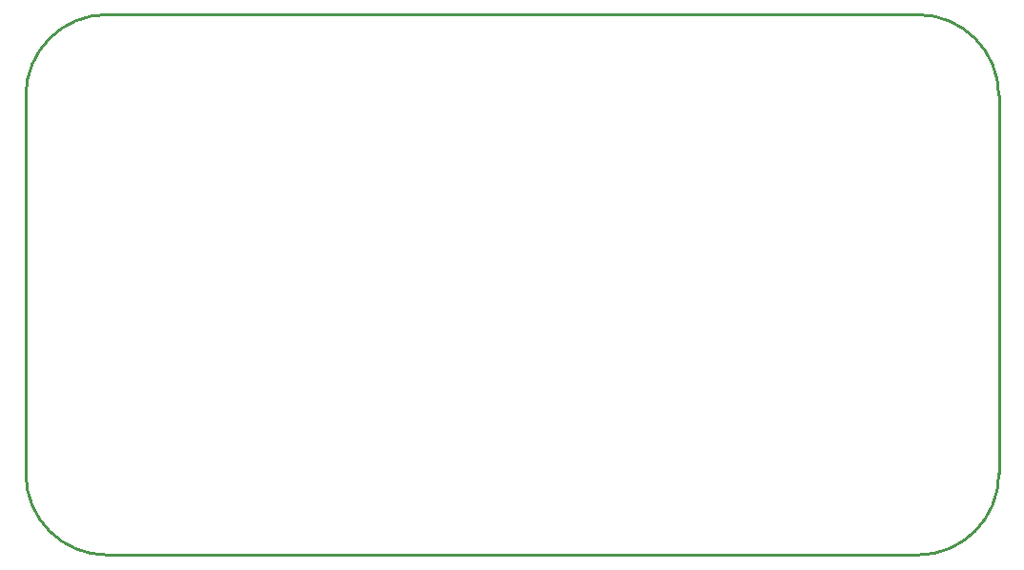
<source format=gko>
G04 Layer: BoardOutlineLayer*
G04 EasyEDA v6.5.22, 2022-12-06 12:39:29*
G04 c6db78ffc0bd48839a298bbcf34fffd3,807727dff0ce494184415f470db24245,10*
G04 Gerber Generator version 0.2*
G04 Scale: 100 percent, Rotated: No, Reflected: No *
G04 Dimensions in millimeters *
G04 leading zeros omitted , absolute positions ,4 integer and 5 decimal *
%FSLAX45Y45*%
%MOMM*%

%ADD10C,0.2540*%
D10*
X1419997Y6299987D02*
G01*
X8619982Y6299987D01*
X699998Y2219995D02*
G01*
X699998Y5579988D01*
X8619982Y1499996D02*
G01*
X1419997Y1499996D01*
X9339981Y5579988D02*
G01*
X9339981Y2219995D01*
G75*
G01*
X8619983Y6299987D02*
G02*
X9339981Y5579989I0J-719998D01*
G75*
G01*
X9339981Y2219996D02*
G02*
X8619983Y1499997I-719998J0D01*
G75*
G01*
X1419997Y1499997D02*
G02*
X699999Y2219996I0J719999D01*
G75*
G01*
X699999Y5579989D02*
G02*
X1419997Y6299987I719998J0D01*

%LPD*%
M02*

</source>
